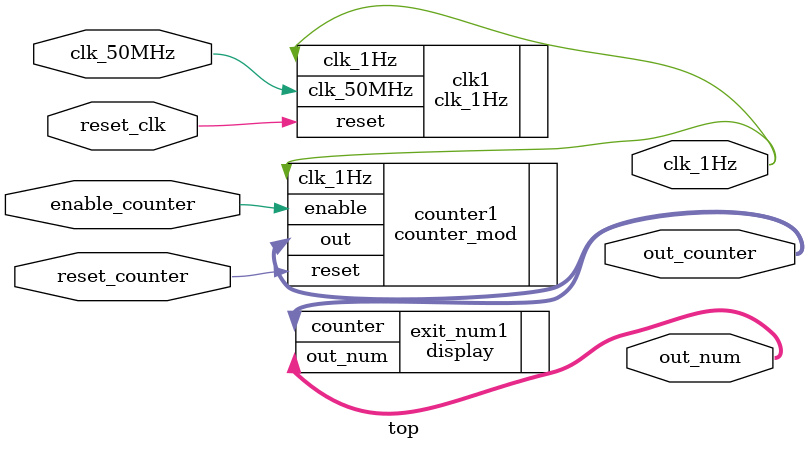
<source format=v>

module top(input reset_counter, input enable_counter, input reset_clk, input clk_50MHz, output [2:0] out_counter, output clk_1Hz, output [6:0] out_num);


counter_mod counter1(.reset(reset_counter), .enable(enable_counter), .clk_1Hz(clk_1Hz), .out(out_counter));
clk_1Hz clk1(.clk_50MHz(clk_50MHz), .reset(reset_clk), .clk_1Hz(clk_1Hz));
display exit_num1(.counter(out_counter), .out_num(out_num)); 

endmodule 

</source>
